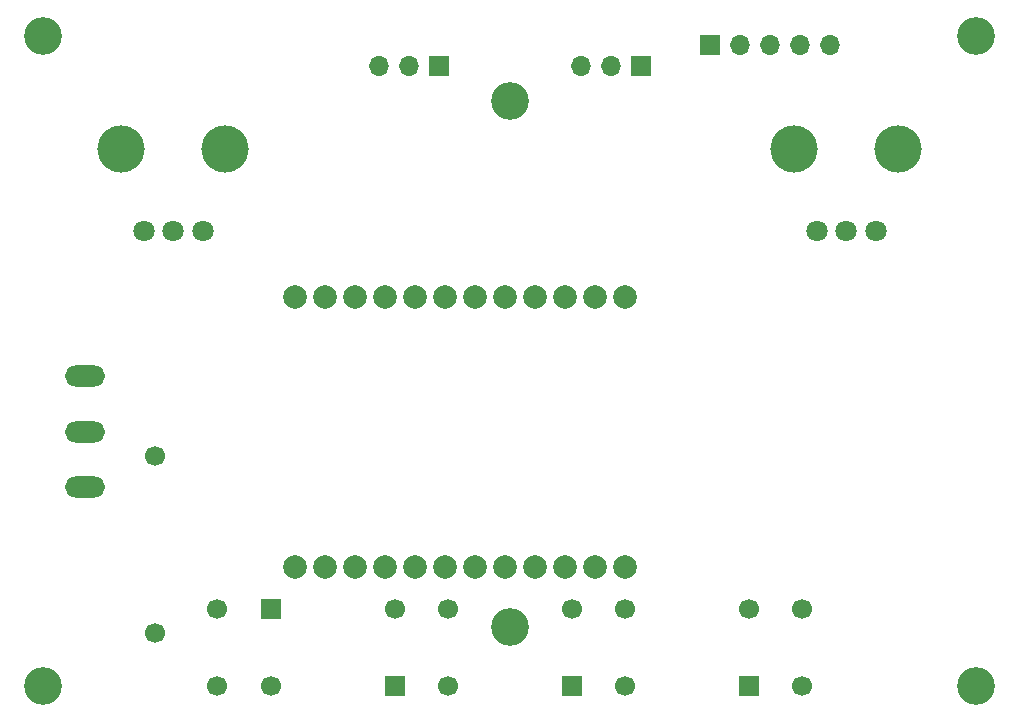
<source format=gbr>
%TF.GenerationSoftware,KiCad,Pcbnew,7.0.8*%
%TF.CreationDate,2024-06-06T18:36:12-04:00*%
%TF.ProjectId,mainboard,6d61696e-626f-4617-9264-2e6b69636164,rev?*%
%TF.SameCoordinates,Original*%
%TF.FileFunction,Soldermask,Bot*%
%TF.FilePolarity,Negative*%
%FSLAX46Y46*%
G04 Gerber Fmt 4.6, Leading zero omitted, Abs format (unit mm)*
G04 Created by KiCad (PCBNEW 7.0.8) date 2024-06-06 18:36:12*
%MOMM*%
%LPD*%
G01*
G04 APERTURE LIST*
%ADD10C,4.000000*%
%ADD11C,1.800000*%
%ADD12C,3.200000*%
%ADD13C,2.000000*%
%ADD14R,1.700000X1.700000*%
%ADD15C,1.700000*%
%ADD16O,1.700000X1.700000*%
%ADD17O,3.400000X1.800000*%
G04 APERTURE END LIST*
D10*
%TO.C,RV2*%
X164100000Y-71000000D03*
X172900000Y-71000000D03*
D11*
X171000000Y-78000000D03*
X168500000Y-78000000D03*
X166000000Y-78000000D03*
%TD*%
D12*
%TO.C,REF\u002A\u002A*%
X100500000Y-61500000D03*
%TD*%
D13*
%TO.C,U3*%
X121810000Y-83570000D03*
X124350000Y-83570000D03*
X126890000Y-83570000D03*
X129430000Y-83570000D03*
X131970000Y-83570000D03*
X134510000Y-83570000D03*
X137050000Y-83570000D03*
X139590000Y-83570000D03*
X142130000Y-83570000D03*
X144670000Y-83570000D03*
X147210000Y-83570000D03*
X149750000Y-83570000D03*
X121810000Y-106430000D03*
X124350000Y-106430000D03*
X126890000Y-106430000D03*
X129430000Y-106430000D03*
X131970000Y-106430000D03*
X134510000Y-106430000D03*
X137050000Y-106430000D03*
X139590000Y-106430000D03*
X142130000Y-106430000D03*
X144670000Y-106430000D03*
X147210000Y-106430000D03*
X149750000Y-106430000D03*
%TD*%
D14*
%TO.C,SW5*%
X160250000Y-116500000D03*
D15*
X160250000Y-110000000D03*
X164750000Y-116500000D03*
X164750000Y-110000000D03*
%TD*%
D14*
%TO.C,J5*%
X156950000Y-62225000D03*
D16*
X159490000Y-62225000D03*
X162030000Y-62225000D03*
X164570000Y-62225000D03*
X167110000Y-62225000D03*
%TD*%
D12*
%TO.C,REF\u002A\u002A*%
X140000000Y-67000000D03*
%TD*%
D15*
%TO.C,J2*%
X110000000Y-97000000D03*
%TD*%
D14*
%TO.C,SW3*%
X130250000Y-116500000D03*
D15*
X130250000Y-110000000D03*
X134750000Y-116500000D03*
X134750000Y-110000000D03*
%TD*%
D14*
%TO.C,J3*%
X134000000Y-64000000D03*
D16*
X131460000Y-64000000D03*
X128920000Y-64000000D03*
%TD*%
D14*
%TO.C,SW4*%
X145250000Y-116500000D03*
D15*
X145250000Y-110000000D03*
X149750000Y-116500000D03*
X149750000Y-110000000D03*
%TD*%
D14*
%TO.C,SW2*%
X119750000Y-110000000D03*
D15*
X119750000Y-116500000D03*
X115250000Y-110000000D03*
X115250000Y-116500000D03*
%TD*%
%TO.C,J1*%
X110000000Y-112000000D03*
%TD*%
D12*
%TO.C,REF\u002A\u002A*%
X100500000Y-116500000D03*
%TD*%
%TO.C,REF\u002A\u002A*%
X179500000Y-116500000D03*
%TD*%
D17*
%TO.C,SW1*%
X104000000Y-99700000D03*
X104000000Y-95000000D03*
X104000000Y-90300000D03*
%TD*%
D12*
%TO.C,REF\u002A\u002A*%
X179500000Y-61500000D03*
%TD*%
D10*
%TO.C,RV1*%
X107100000Y-71000000D03*
X115900000Y-71000000D03*
D11*
X114000000Y-78000000D03*
X111500000Y-78000000D03*
X109000000Y-78000000D03*
%TD*%
D14*
%TO.C,J4*%
X151080000Y-64000000D03*
D16*
X148540000Y-64000000D03*
X146000000Y-64000000D03*
%TD*%
D12*
%TO.C,REF\u002A\u002A*%
X140000000Y-111500000D03*
%TD*%
M02*

</source>
